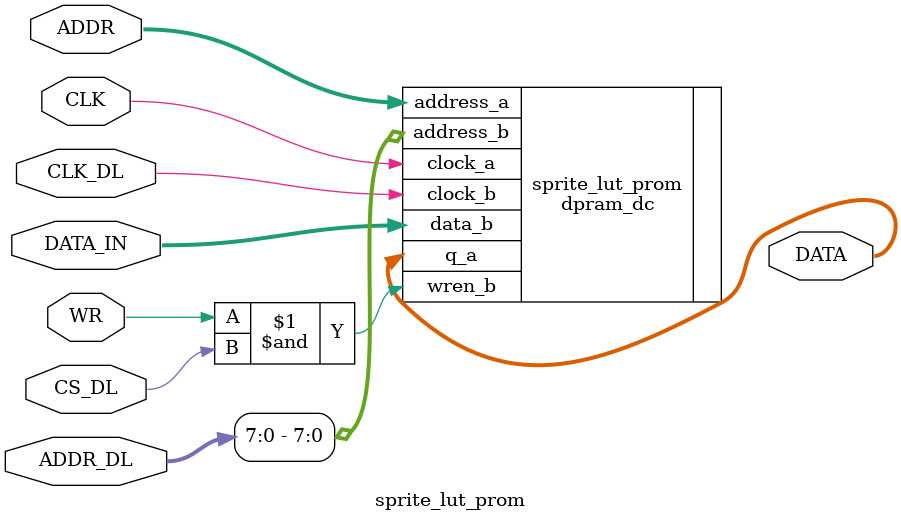
<source format=sv>


module selector
(
	input logic [24:0] ioctl_addr,
	output logic ep1_cs, ep2_cs, ep3_cs, ep4_cs, ep5_cs, ep6_cs, cp1_cs, cp2_cs, cp3_cs, tl_cs, sl_cs
);

	always_comb begin
		{ep1_cs, ep2_cs, ep3_cs, ep4_cs, ep5_cs, ep6_cs, cp1_cs, cp2_cs, cp3_cs, tl_cs, sl_cs} = 0;
		if(ioctl_addr < 'h8000)
			ep1_cs = 1; // 0x8000 15
		else if(ioctl_addr < 'hC000)
			ep2_cs = 1; // 0x4000 14
		else if(ioctl_addr < 'h10000)
			ep3_cs = 1; // 0x4000 14
		else if(ioctl_addr < 'h18000)
			ep4_cs = 1; // 0x8000 15
		else if(ioctl_addr < 'h20000)
			ep5_cs = 1; // 0x8000 15
		else if(ioctl_addr < 'h28000)
			ep6_cs = 1; // 0x8000 15
		else if(ioctl_addr < 'h28100)
			cp1_cs = 1; // 0x100 8
		else if(ioctl_addr < 'h28200)
			cp2_cs = 1; // 0x100 8
		else if(ioctl_addr < 'h28300)
			cp3_cs = 1; // 0x100 8
		else if(ioctl_addr < 'h28400)
			tl_cs = 1; // 0x100 8
		else
			sl_cs = 1; // 0x100 8
	end
endmodule

////////////
// EPROMS //
////////////

module eprom_1
(
	input logic        CLK,
	input logic        CLK_DL,
	input logic [14:0] ADDR,
	input logic [24:0] ADDR_DL,
	input logic [7:0]  DATA_IN,
	input logic        CS_DL,
	input logic        WR,
	output logic [7:0] DATA
);
	dpram_dc #(.widthad_a(15)) eprom_1
	(
		.clock_a(CLK),
		.address_a(ADDR[14:0]),
		.q_a(DATA[7:0]),

		.clock_b(CLK_DL),
		.address_b(ADDR_DL[14:0]),
		.data_b(DATA_IN),
		.wren_b(WR & CS_DL)
	);
endmodule

module eprom_2
(
	input logic        CLK,
	input logic        CLK_DL,
	input logic [13:0] ADDR,
	input logic [24:0] ADDR_DL,
	input logic [7:0]  DATA_IN,
	input logic        CS_DL,
	input logic        WR,
	output logic [7:0] DATA
);
	dpram_dc #(.widthad_a(14)) eprom_2
	(
		.clock_a(CLK),
		.address_a(ADDR[13:0]),
		.q_a(DATA[7:0]),

		.clock_b(CLK_DL),
		.address_b(ADDR_DL[13:0]),
		.data_b(DATA_IN),
		.wren_b(WR & CS_DL)
	);
endmodule

module eprom_3
(
	input logic        CLK,
	input logic        CLK_DL,
	input logic [13:0] ADDR,
	input logic [24:0] ADDR_DL,
	input logic [7:0]  DATA_IN,
	input logic        CS_DL,
	input logic        WR,
	output logic [7:0] DATA
);
	dpram_dc #(.widthad_a(14)) eprom_3
	(
		.clock_a(CLK),
		.address_a(ADDR[13:0]),
		.q_a(DATA[7:0]),

		.clock_b(CLK_DL),
		.address_b(ADDR_DL[13:0]),
		.data_b(DATA_IN),
		.wren_b(WR & CS_DL)
	);
endmodule

module eprom_4
(
	input logic        CLK,
	input logic        CLK_DL,
	input logic [14:0] ADDR,
	input logic [24:0] ADDR_DL,
	input logic [7:0]  DATA_IN,
	input logic        CS_DL,
	input logic        WR,
	output logic [7:0] DATA
);
	dpram_dc #(.widthad_a(15)) eprom_4
	(
		.clock_a(CLK),
		.address_a(ADDR[14:0]),
		.q_a(DATA[7:0]),

		.clock_b(CLK_DL),
		.address_b(ADDR_DL[14:0]),
		.data_b(DATA_IN),
		.wren_b(WR & CS_DL)
	);
endmodule

module eprom_5
(
	input logic        CLK,
	input logic        CLK_DL,
	input logic [14:0] ADDR,
	input logic [24:0] ADDR_DL,
	input logic [7:0]  DATA_IN,
	input logic        CS_DL,
	input logic        WR,
	output logic [7:0] DATA
);
	dpram_dc #(.widthad_a(15)) eprom_5
	(
		.clock_a(CLK),
		.address_a(ADDR[14:0]),
		.q_a(DATA[7:0]),

		.clock_b(CLK_DL),
		.address_b(ADDR_DL[14:0]),
		.data_b(DATA_IN),
		.wren_b(WR & CS_DL)
	);
endmodule

module eprom_6
(
	input logic        CLK,
	input logic        CLK_DL,
	input logic [14:0] ADDR,
	input logic [24:0] ADDR_DL,
	input logic [7:0]  DATA_IN,
	input logic        CS_DL,
	input logic        WR,
	output logic [7:0] DATA
);
	dpram_dc #(.widthad_a(15)) eprom_6
	(
		.clock_a(CLK),
		.address_a(ADDR[14:0]),
		.q_a(DATA[7:0]),

		.clock_b(CLK_DL),
		.address_b(ADDR_DL[14:0]),
		.data_b(DATA_IN),
		.wren_b(WR & CS_DL)
	);
endmodule

///////////
// PROMS //
///////////

module color_prom_1
(
	input logic        CLK,
	input logic        CLK_DL,
	input logic [7:0]  ADDR,
	input logic [24:0] ADDR_DL,
	input logic [3:0]  DATA_IN,
	input logic        CS_DL,
	input logic        WR,
	output logic [3:0] DATA
);
	dpram_dc #(.widthad_a(8)) color_prom_1
	(
		.clock_a(CLK),
		.address_a(ADDR[7:0]),
		.q_a(DATA[3:0]),

		.clock_b(CLK_DL),
		.address_b(ADDR_DL[7:0]),
		.data_b(DATA_IN),
		.wren_b(WR & CS_DL)
	);
endmodule

module color_prom_2
(
	input logic        CLK,
	input logic        CLK_DL,
	input logic [7:0]  ADDR,
	input logic [24:0] ADDR_DL,
	input logic [3:0]  DATA_IN,
	input logic        CS_DL,
	input logic        WR,
	output logic [3:0] DATA
);
	dpram_dc #(.widthad_a(8)) color_prom_2
	(
		.clock_a(CLK),
		.address_a(ADDR[7:0]),
		.q_a(DATA[3:0]),

		.clock_b(CLK_DL),
		.address_b(ADDR_DL[7:0]),
		.data_b(DATA_IN),
		.wren_b(WR & CS_DL)
	);
endmodule

module color_prom_3
(
	input logic        CLK,
	input logic        CLK_DL,
	input logic [7:0]  ADDR,
	input logic [24:0] ADDR_DL,
	input logic [3:0]  DATA_IN,
	input logic        CS_DL,
	input logic        WR,
	output logic [3:0] DATA
);
	dpram_dc #(.widthad_a(8)) color_prom_3
	(
		.clock_a(CLK),
		.address_a(ADDR[7:0]),
		.q_a(DATA[3:0]),

		.clock_b(CLK_DL),
		.address_b(ADDR_DL[7:0]),
		.data_b(DATA_IN),
		.wren_b(WR & CS_DL)
	);
endmodule

module tile_lut_prom
(
	input logic        CLK,
	input logic        CLK_DL,
	input logic [7:0]  ADDR,
	input logic [24:0] ADDR_DL,
	input logic [3:0]  DATA_IN,
	input logic        CS_DL,
	input logic        WR,
	output logic [3:0] DATA
);
	dpram_dc #(.widthad_a(8)) tile_lut_prom
	(
		.clock_a(CLK),
		.address_a(ADDR[7:0]),
		.q_a(DATA[3:0]),

		.clock_b(CLK_DL),
		.address_b(ADDR_DL[7:0]),
		.data_b(DATA_IN),
		.wren_b(WR & CS_DL)
	);
endmodule

module sprite_lut_prom
(
	input logic        CLK,
	input logic        CLK_DL,
	input logic [7:0]  ADDR,
	input logic [24:0] ADDR_DL,
	input logic [3:0]  DATA_IN,
	input logic        CS_DL,
	input logic        WR,
	output logic [3:0] DATA
);
	dpram_dc #(.widthad_a(8)) sprite_lut_prom
	(
		.clock_a(CLK),
		.address_a(ADDR[7:0]),
		.q_a(DATA[3:0]),

		.clock_b(CLK_DL),
		.address_b(ADDR_DL[7:0]),
		.data_b(DATA_IN),
		.wren_b(WR & CS_DL)
	);
endmodule

</source>
